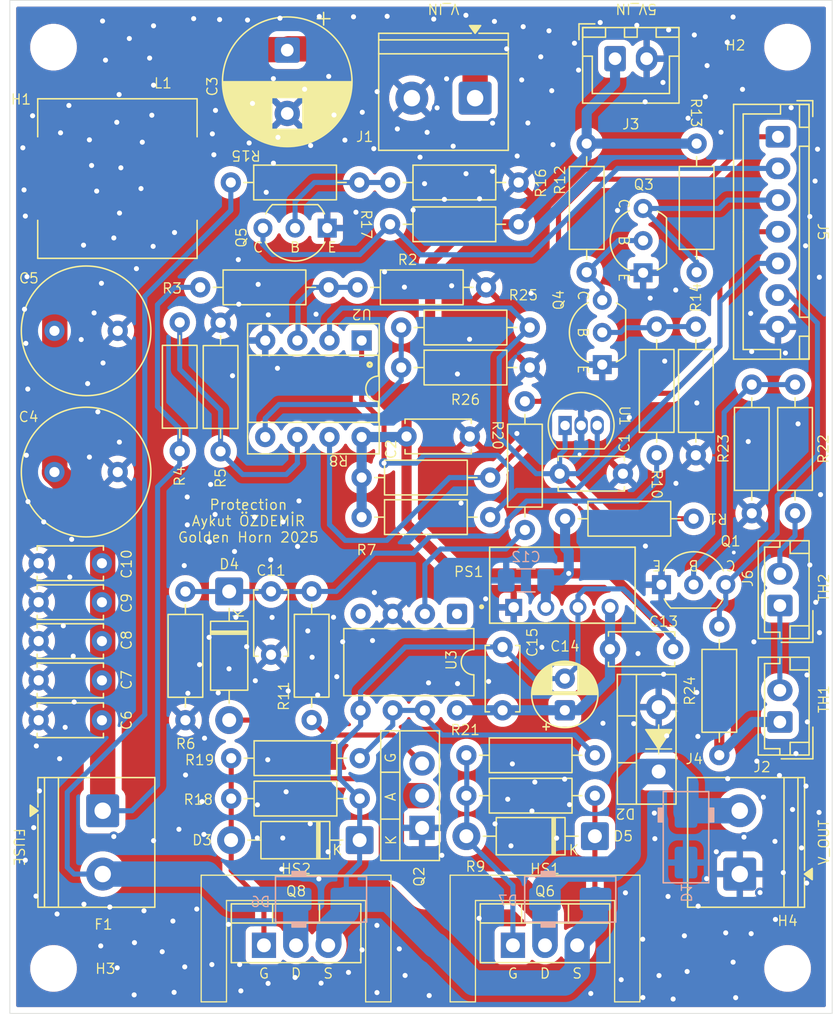
<source format=kicad_pcb>
(kicad_pcb (version 20241229) (generator "pcbnew") (generator_version "9.0")
  (title_block (title "Protection") (date "2025-08-24") (rev "1.0") (company "Golden Horn") (comment 1 "Aykut ÖZDEMİR"))
  (layers (0 "F.Cu" signal) (2 "B.Cu" signal) (13 "F.Paste" user) (15 "B.Paste" user) (5 "F.SilkS" user "F.Silkscreen") (7 "B.SilkS" user "B.Silkscreen") (1 "F.Mask" user) (3 "B.Mask" user) (25 "Edge.Cuts" user))
  (net 0 "")
  (net 1 "GND")
  (net 2 "Net-(C1-+)")
  (net 3 "+5V")
  (net 4 "Net-(C3-+)")
  (net 5 "Net-(C10-+)")
  (net 6 "Net-(C11-+)")
  (net 7 "Net-(D1-K)")
  (net 8 "/OverVoltage")
  (net 9 "/FuseBlow")
  (net 10 "/UnderVoltage")
  (net 11 "/Crowbar")
  (net 12 "ON_OFF")
  (net 13 "Net-(Q2-G)")
  (net 14 "Net-(Q3-B)")
  (net 15 "Net-(Q4-B)")
  (net 16 "Net-(Q5-B)")
  (net 17 "GNDS")
  (net 18 "Net-(R2-+)")
  (net 19 "Net-(R4--)")
  (net 20 "+15V")
  (net 21 "Net-(D3-K)")
  (net 22 "Net-(D5-K)")
  (net 23 "Net-(D6-K)")
  (net 24 "Net-(J2-Pad2)")
  (net 25 "FN")
  (net 26 "Net-(R22-+)")
  (net 27 "Net-(Q1-B)")
  (net 28 "Net-(R19--)")
  (net 29 "Net-(R20-+)")
  (net 32 "Net-(R25-+)")
  (footprint "Diode_THT:D_DO-41_SOD81_P10.16mm_Horizontal" (layer "F.Cu") (at 94.86 112.8 -90)
    (property "Reference" "D4")
    (property "Value" "3.9V/5.6V/13V/27V")
  )
  (footprint "PCM_Package_TO_SOT_THT_AKL:TO-92_Inline_Wide_EBC" (layer "F.Cu") (at 124.35 94.89 90)
    (property "Reference" "Q4")
    (property "Value" "2N3904" (hide yes))
  )
  (footprint "Capacitor_THT:CP_Radial_D10.0mm_P5.00mm" (layer "F.Cu") (at 99.45 70.057323 -90)
    (property "Reference" "C3")
    (property "Value" "330u")
  )
  (footprint "Resistor_THT:R_Axial_DIN0207_L6.3mm_D2.5mm_P10.16mm_Horizontal" (layer "F.Cu") (at 95.02 125.97)
    (property "Reference" "R19")
    (property "Value" "10")
  )
  (footprint "Capacitor_THT:C_Disc_D5.0mm_W2.5mm_P5.00mm" (layer "F.Cu") (at 98.17 112.8 -90)
    (property "Reference" "C11")
    (property "Value" "100n")
  )
  (footprint "Capacitor_THT:C_Disc_D5.0mm_W2.5mm_P5.00mm" (layer "F.Cu") (at 84.8 110.575 180)
    (property "Reference" "C10")
    (property "Value" "100p")
  )
  (footprint "Resistor_THT:R_Axial_DIN0207_L6.3mm_D2.5mm_P10.16mm_Horizontal" (layer "F.Cu") (at 131.75 91.89 -90)
    (property "Reference" "R14")
    (property "Value" "10k")
  )
  (footprint "MountingHole:MountingHole_3.2mm_M3_DIN965" (layer "F.Cu") (at 139 69.825)
    (property "Reference" "H2")
    (property "Value" "MountingHole")
  )
  (footprint "Isolation_Trafo:CONV_ROE-0515S" (layer "F.Cu") (at 121.2 112.31)
    (property "Reference" "PS1")
    (property "Value" "ROE-0515S")
  )
  (footprint "Resistor_THT:R_Axial_DIN0207_L6.3mm_D2.5mm_P10.16mm_Horizontal" (layer "F.Cu") (at 105.33 106.935)
    (property "Reference" "R7")
    (property "Value" "10k")
  )
  (footprint "Resistor_THT:R_Axial_DIN0207_L6.3mm_D2.5mm_P10.16mm_Horizontal" (layer "F.Cu") (at 94.18 101.74 90)
    (property "Reference" "R5")
    (property "Value" "150k/150k/100k/3V Zener")
  )
  (footprint "Resistor_THT:R_Axial_DIN0207_L6.3mm_D2.5mm_P10.16mm_Horizontal" (layer "F.Cu") (at 123.12 77.44 -90)
    (property "Reference" "R12")
    (property "Value" "1k")
  )
  (footprint "MountingHole:MountingHole_3.2mm_M3_DIN965" (layer "F.Cu") (at 80.975 69.825)
    (property "Reference" "H1")
    (property "Value" "MountingHole")
  )
  (footprint "Resistor_THT:R_Axial_DIN0207_L6.3mm_D2.5mm_P10.16mm_Horizontal" (layer "F.Cu") (at 123.77 128.93 180)
    (property "Reference" "R9")
    (property "Value" "47k")
  )
  (footprint "Resistor_THT:R_Axial_DIN0207_L6.3mm_D2.5mm_P10.16mm_Horizontal" (layer "F.Cu") (at 105.33 103.81)
    (property "Reference" "R8")
    (property "Value" "10k")
  )
  (footprint "Capacitor_THT:C_Disc_D5.0mm_W2.5mm_P5.00mm" (layer "F.Cu") (at 84.8 116.725 180)
    (property "Reference" "C8")
    (property "Value" "10n")
  )
  (footprint "Connector_JST:JST_EH_B2B-EH-A_1x02_P2.50mm_Vertical" (layer "F.Cu") (at 138.39 123.11 90)
    (property "Reference" "J2")
    (property "Value" "JST_02")
  )
  (footprint "Package_TO_SOT_THT:TO-92_Inline" (layer "F.Cu") (at 121.412 99.695)
    (property "Reference" "U1")
    (property "Value" "TL431LP")
  )
  (footprint "Capacitor_THT:C_Disc_D5.0mm_W2.5mm_P5.00mm" (layer "F.Cu") (at 84.8 119.825 180)
    (property "Reference" "C7")
    (property "Value" "100n")
  )
  (footprint "Resistor_THT:R_Axial_DIN0207_L6.3mm_D2.5mm_P10.16mm_Horizontal" (layer "F.Cu") (at 128.651 102.05 90)
    (property "Reference" "R10")
    (property "Value" "1k")
  )
  (footprint "Resistor_THT:R_Axial_DIN0207_L6.3mm_D2.5mm_P10.16mm_Horizontal" (layer "F.Cu") (at 121.412 107.061)
    (property "Reference" "R1")
    (property "Value" "1k")
  )
  (footprint "Resistor_THT:R_Axial_DIN0207_L6.3mm_D2.5mm_P10.16mm_Horizontal" (layer "F.Cu") (at 131.81 77.44 -90)
    (property "Reference" "R13")
    (property "Value" "1k")
  )
  (footprint "Connector_JST:JST_EH_B2B-EH-A_1x02_P2.50mm_Vertical" (layer "F.Cu") (at 138.39 113.91 90)
    (property "Reference" "J6")
    (property "Value" "JST_02")
  )
  (footprint "Resistor_THT:R_Axial_DIN0207_L6.3mm_D2.5mm_P10.16mm_Horizontal" (layer "F.Cu") (at 107.58 80.51)
    (property "Reference" "R16")
    (property "Value" "10k")
  )
  (footprint "Capacitor_THT:C_Radial_D10.0mm_H20.0mm_P5.00mm" (layer "F.Cu") (at 81.05 92.225)
    (property "Reference" "C5")
    (property "Value" "470u")
  )
  (footprint "Resistor_THT:R_Axial_DIN0207_L6.3mm_D2.5mm_P10.16mm_Horizontal" (layer "F.Cu") (at 94.99 80.51)
    (property "Reference" "R15")
    (property "Value" "1k")
  )
  (footprint "Resistor_THT:R_Axial_DIN0207_L6.3mm_D2.5mm_P10.16mm_Horizontal" (layer "F.Cu") (at 139.59 106.63 90)
    (property "Reference" "R22")
    (property "Value" "10k")
  )
  (footprint "Package_DIP:DIP-8_W7.62mm" (layer "F.Cu") (at 112.87 114.575 -90)
    (property "Reference" "U3")
    (property "Value" "TLP250")
  )
  (footprint "TerminalBlock_Phoenix:TerminalBlock_Phoenix_PT-1,5-2-5.0-H_1x02_P5.00mm_Horizontal" (layer "F.Cu") (at 135.2175 135.12 90)
    (property "Reference" "J4")
    (property "Value" "V_OUT")
  )
  (footprint "Resistor_THT:R_Axial_DIN0207_L6.3mm_D2.5mm_P10.16mm_Horizontal" (layer "F.Cu") (at 133.604 115.57 -90)
    (property "Reference" "R24")
    (property "Value" "10k")
  )
  (footprint "PCM_Package_TO_SOT_THT_AKL:TO-92_Inline_Wide_EBC" (layer "F.Cu") (at 102.61 84.11 180)
    (property "Reference" "Q5")
    (property "Value" "2N3904" (hide yes))
  )
  (footprint "Capacitor_THT:C_Disc_D5.0mm_W2.5mm_P5.00mm" (layer "F.Cu") (at 84.8 122.975 180)
    (property "Reference" "C6")
    (property "Value" "1u")
  )
  (footprint "Capacitor_THT:C_Disc_D5.0mm_W2.5mm_P5.00mm" (layer "F.Cu") (at 108.88 100.565)
    (property "Reference" "C2")
    (property "Value" "100n")
  )
  (footprint "Resistor_THT:R_Axial_DIN0207_L6.3mm_D2.5mm_P10.16mm_Horizontal" (layer "F.Cu") (at 92.57 88.79)
    (property "Reference" "R3")
    (property "Value" "68k/180k/560k/330k")
  )
  (footprint "Resistor_THT:R_Axial_DIN0207_L6.3mm_D2.5mm_P10.16mm_Horizontal" (layer "F.Cu") (at 113.61 125.74)
    (property "Reference" "R21")
    (property "Value" "10")
  )
  (footprint "Connector_JST:JST_XH_B7B-XH-A_1x07_P2.50mm_Vertical" (layer "F.Cu") (at 138.24 76.9 -90)
    (property "Reference" "J5")
    (property "Value" "JST_07")
  )
  (footprint "Capacitor_THT:CP_Radial_D5.0mm_P2.50mm" (layer "F.Cu") (at 121.39 122.185113 90)
    (property "Reference" "C14")
    (property "Value" "100u")
  )
  (footprint "Resistor_THT:R_Axial_DIN0207_L6.3mm_D2.5mm_P10.16mm_Horizontal" (layer "F.Cu") (at 105.005 88.79)
    (property "Reference" "R2")
    (property "Value" "150k/150k/130k/33k")
  )
  (footprint "Diode_THT:D_DO-41_SOD81_P10.16mm_Horizontal" (layer "F.Cu") (at 105.17 132.44 180)
    (property "Reference" "D3")
    (property "Value" "15V")
  )
  (footprint "Inductor_SMD:L_12x12mm_H8mm" (layer "F.Cu") (at 86.025 80.2 180)
    (property "Reference" "L1")
    (property "Value" "4u7")
  )
  (footprint "Resistor_THT:R_Axial_DIN0207_L6.3mm_D2.5mm_P10.16mm_Horizontal" (layer "F.Cu") (at 117.74 83.81 180)
    (property "Reference" "R17")
    (property "Value" "1k")
  )
  (footprint "PCM_Package_TO_SOT_THT_AKL:TO-220-3_Vertical_GDS" (layer "F.Cu") (at 97.6075 140.745)
    (property "Reference" "Q8")
    (property "Value" "IRF1404/IRFB4110" (hide yes))
  )
  (footprint "PCM_Package_DIP_AKL:DIP-8_W7.62mm_Socket" (layer "F.Cu") (at 105.33 92.99 -90)
    (property "Reference" "U2")
    (property "Value" "LM393" (hide yes))
  )
  (footprint "Capacitor_THT:C_Radial_D10.0mm_H20.0mm_P5.00mm" (layer "F.Cu") (at 81.05 103.375)
    (property "Reference" "C4")
    (property "Value" "470u")
  )
  (footprint "Capacitor_THT:C_Disc_D5.0mm_W2.5mm_P5.00mm" (layer "F.Cu") (at 120.984 103.505)
    (property "Reference" "C1")
    (property "Value" "100n")
  )
  (footprint "Resistor_THT:R_Axial_DIN0207_L6.3mm_D2.5mm_P10.16mm_Horizontal" (layer "F.Cu") (at 108.458 91.962)
    (property "Reference" "R25")
    (property "Value" "0/0/0/10k")
  )
  (footprint "Resistor_THT:R_Axial_DIN0207_L6.3mm_D2.5mm_P10.16mm_Horizontal" (layer "F.Cu") (at 118.237 107.95 90)
    (property "Reference" "R20")
    (property "Value" "270")
  )
  (footprint "TerminalBlock_Phoenix:TerminalBlock_Phoenix_PT-1,5-2-5.0-H_1x02_P5.00mm_Horizontal" (layer "F.Cu") (at 114.3 73.85 180)
    (property "Reference" "J1")
    (property "Value" "V_IN")
  )
  (footprint "Resistor_THT:R_Axial_DIN0207_L6.3mm_D2.5mm_P10.16mm_Horizontal" (layer "F.Cu") (at 101.38 112.8 -90)
    (property "Reference" "R11")
    (property "Value" "120")
  )
  (footprint "PCM_Package_TO_SOT_THT_AKL:TO-92_Inline_Wide_EBC" (layer "F.Cu") (at 127.58 87.64 90)
    (property "Reference" "Q3")
    (property "Value" "2N3904" (hide yes))
  )
  (footprint "Connector_JST:JST_XH_B2B-XH-A_1x02_P2.50mm_Vertical" (layer "F.Cu") (at 125.36 70.735)
    (property "Reference" "J3")
    (property "Value" "5V_IN")
  )
  (footprint "Resistor_THT:R_Axial_DIN0207_L6.3mm_D2.5mm_P10.16mm_Horizontal" (layer "F.Cu") (at 136.17 106.63 90)
    (property "Reference" "R23")
    (property "Value" "100k")
  )
  (footprint "Capacitor_THT:C_Disc_D5.0mm_W2.5mm_P5.00mm" (layer "F.Cu") (at 84.8 113.655 180)
    (property "Reference" "C9")
    (property "Value" "1n")
  )
  (footprint "Resistor_THT:R_Axial_DIN0207_L6.3mm_D2.5mm_P10.16mm_Horizontal" (layer "F.Cu") (at 105.18 129.16 180)
    (property "Reference" "R18")
    (property "Value" "47k")
  )
  (footprint "Resistor_THT:R_Axial_DIN0207_L6.3mm_D2.5mm_P10.16mm_Horizontal" (layer "F.Cu") (at 90.95 101.72 90)
    (property "Reference" "R4")
    (property "Value" "30k/120k/330k/1k")
  )
  (footprint "Resistor_THT:R_Axial_DIN0207_L6.3mm_D2.5mm_P10.16mm_Horizontal" (layer "F.Cu") (at 91.4 112.81 -90)
    (property "Reference" "R6")
    (property "Value" "1k")
  )
  (footprint "Capacitor_THT:C_Disc_D5.0mm_W2.5mm_P5.00mm" (layer "F.Cu") (at 124.96 117.36)
    (property "Reference" "C13")
    (property "Value" "100n")
  )
  (footprint "Power_Module_Library:TO-220_Heatsink" (layer "F.Cu") (at 119.8275 135.21)
    (property "Reference" "HS1")
    (property "Value" "Heatsink")
  )
  (footprint "MountingHole:MountingHole_3.2mm_M3_DIN965" (layer "F.Cu") (at 80.975 142.57)
    (property "Reference" "H3")
    (property "Value" "MountingHole")
  )
  (footprint "MountingHole:MountingHole_3.2mm_M3_DIN965" (layer "F.Cu") (at 139 142.57)
    (property "Reference" "H4")
    (property "Value" "MountingHole")
  )
  (footprint "PCM_Package_TO_SOT_THT_AKL:TO-92_Inline_Wide_EBC" (layer "F.Cu") (at 129.032 112.268)
    (property "Reference" "Q1")
    (property "Value" "2N3904" (hide yes))
  )
  (footprint "PCM_Package_TO_SOT_THT_AKL:TO-220-2_Vertical_KA" (layer "F.Cu") (at 128.81 127.02 90)
    (property "Reference" "D2")
    (property "Value" "MBR1045" (hide yes))
  )
  (footprint "Capacitor_THT:C_Disc_D5.0mm_W2.5mm_P5.00mm" (layer "F.Cu") (at 116.47 122.19 90)
    (property "Reference" "C15")
    (property "Value" "100n")
  )
  (footprint "Power_Module_Library:TO-220_Heatsink" (layer "F.Cu") (at 100.1475 135.21)
    (property "Reference" "HS2")
    (property "Value" "Heatsink")
  )
  (footprint "Diode_THT:D_DO-41_SOD81_P10.16mm_Horizontal" (layer "F.Cu") (at 123.77 132.13 180)
    (property "Reference" "D5")
    (property "Value" "15V")
  )
  (footprint "PCM_Package_TO_SOT_THT_AKL:TO-220-3_Vertical_KAG" (layer "F.Cu") (at 110.11 131.47 90)
    (property "Reference" "Q2")
    (property "Value" "BT152-800R" (hide yes))
  )
  (footprint "TerminalBlock_Phoenix:TerminalBlock_Phoenix_PT-1,5-2-5.0-H_1x02_P5.00mm_Horizontal" (layer "F.Cu") (at 84.8625 130.12 -90)
    (property "Reference" "F1")
    (property "Value" "10A")
  )
  (footprint "Resistor_THT:R_Axial_DIN0207_L6.3mm_D2.5mm_P10.16mm_Horizontal" (layer "F.Cu") (at 108.458 95.123)
    (property "Reference" "R26")
    (property "Value" "NC/NC/NC/3k9")
  )
  (footprint "PCM_Package_TO_SOT_THT_AKL:TO-220-3_Vertical_GDS" (layer "F.Cu") (at 117.2875 140.745)
    (property "Reference" "Q6")
    (property "Value" "IRF1404/IRFB4110" (hide yes))
  )
  (footprint "PCM_Diode_SMD_AKL:D_SMA" (layer "B.Cu") (at 130.97 132.21 -90)
    (property "Reference" "D1")
    (property "Value" "SMAJ5.0A/6.0A/13.0A/26A" (hide yes))
  )
  (footprint "PCM_Diode_SMD_AKL:D_SMA" (layer "B.Cu") (at 121.82 137.11)
    (property "Reference" "D7")
    (property "Value" "SMAJ5.0A/6.0A/18.0A/33A" (hide yes))
  )
  (footprint "PCM_Diode_SMD_AKL:D_SMA" (layer "B.Cu") (at 102.12 137.11)
    (property "Reference" "D6")
    (property "Value" "SMAJ5.0A/6.0A/18.0A/30A" (hide yes))
  )
  (footprint "Capacitor_SMD:C_1206_3216Metric_Pad1.33x1.80mm_HandSolder" (layer "B.Cu") (at 118.32 111.93 180)
    (property "Reference" "C12")
    (property "Value" "4u7")
  )
  (gr_rect (start 77.525 66.125) (end 142.525 146.125) (stroke (width 0.05)) (fill no) (layer "Edge.Cuts"))
  (gr_text "Protection\nAykut ÖZDEMİR\nGolden Horn 2025" (at 96.38 109 0) (layer "F.SilkS") (effects (font (size 0.8 0.8) (thickness 0.1)) (justify bottom)))
  (via (at 140.532099 119.397866) (size 0.8) (drill 0.4) (layers "F.Cu" "B.Cu") (net 1))
  (via (at 91.551355 107.542968) (size 0.8) (drill 0.4) (layers "F.Cu" "B.Cu") (net 1))
  (via (at 99.36077 128.623696) (size 0.8) (drill 0.4) (layers "F.Cu" "B.Cu") (net 1))
  (via (at 133.366477 133.357362) (size 0.8) (drill 0.4) (layers "F.Cu" "B.Cu") (net 1))
  (via (at 106.292617 77.840275) (size 0.8) (drill 0.4) (layers "F.Cu" "B.Cu") (net 1))
  (via (at 101.727 90.910658) (size 0.8) (drill 0.4) (layers "F.Cu" "B.Cu") (net 1))
  (via (at 101.951093 135.499017) (size 0.8) (drill 0.4) (layers "F.Cu" "B.Cu") (net 1))
  (via (at 78.744991 134.026369) (size 0.8) (drill 0.4) (layers "F.Cu" "B.Cu") (net 1))
  (via (at 88.881253 72.825968) (size 0.8) (drill 0.4) (layers "F.Cu" "B.Cu") (net 1))
  (via (at 84.85 67.76) (size 0.8) (drill 0.4) (layers "F.Cu" "B.Cu") (net 1))
  (via (at 98.251764 114.852505) (size 0.8) (drill 0.4) (layers "F.Cu" "B.Cu") (net 1))
  (via (at 93.493482 142.265021) (size 0.8) (drill 0.4) (layers "F.Cu" "B.Cu") (net 1))
  (via (at 111.872783 81.844345) (size 0.8) (drill 0.4) (layers "F.Cu" "B.Cu") (net 1))
  (via (at 106.539278 139.171703) (size 0.8) (drill 0.4) (layers "F.Cu" "B.Cu") (net 1))
  (via (at 127.545623 140.265) (size 0.8) (drill 0.4) (layers "F.Cu" "B.Cu") (net 1))
  (via (at 101.297723 77.591234) (size 0.8) (drill 0.4) (layers "F.Cu" "B.Cu") (net 1))
  (via (at 83.811906 102.19274) (size 0.8) (drill 0.4) (layers "F.Cu" "B.Cu") (net 1))
  (via (at 82.605853 121.528675) (size 0.8) (drill 0.4) (layers "F.Cu" "B.Cu") (net 1))
  (via (at 131.908027 124.25098) (size 0.8) (drill 0.4) (layers "F.Cu" "B.Cu") (net 1))
  (via (at 96.437883 77.388761) (size 0.8) (drill 0.4) (layers "F.Cu" "B.Cu") (net 1))
  (via (at 138.660318 135.00558) (size 0.8) (drill 0.4) (layers "F.Cu" "B.Cu") (net 1))
  (via (at 91.348051 142.44719) (size 0.8) (drill 0.4) (layers "F.Cu" "B.Cu") (net 1))
  (via (at 101.856018 120.985637) (size 0.8) (drill 0.4) (layers "F.Cu" "B.Cu") (net 1))
  (via (at 97.788401 81.285121) (size 0.8) (drill 0.4) (layers "F.Cu" "B.Cu") (net 1))
  (via (at 83.380762 137.499539) (size 0.8) (drill 0.4) (layers "F.Cu" "B.Cu") (net 1))
  (via (at 130.175 104.267) (size 0.8) (drill 0.4) (layers "F.Cu" "B.Cu") (net 1))
  (via (at 109.399191 82.685178) (size 0.8) (drill 0.4) (layers "F.Cu" "B.Cu") (net 1))
  (via (at 134.896772 144.879362) (size 0.8) (drill 0.4) (layers "F.Cu" "B.Cu") (net 1))
  (via (at 83.984482 79.167241) (size 0.8) (drill 0.4) (layers "F.Cu" "B.Cu") (net 1))
  (via (at 122.152722 69.513207) (size 0.8) (drill 0.4) (layers "F.Cu" "B.Cu") (net 1))
  (via (at 127.082406 68.097293) (size 0.8) (drill 0.4) (layers "F.Cu" "B.Cu") (net 1))
  (via (at 136.568746 126.203779) (size 0.8) (drill 0.4) (layers "F.Cu" "B.Cu") (net 1))
  (via (at 84.479719 98.619794) (size 0.8) (drill 0.4) (layers "F.Cu" "B.Cu") (net 1))
  (via (at 78.878845 87.948821) (size 0.8) (drill 0.4) (layers "F.Cu" "B.Cu") (net 1))
  (via (at 91.595459 120.843482) (size 0.8) (drill 0.4) (layers "F.Cu" "B.Cu") (net 1))
  (via (at 110.670499 144.71301) (size 0.8) (drill 0.4) (layers "F.Cu" "B.Cu") (net 1))
  (via (at 110.302501 80.602951) (size 0.8) (drill 0.4) (layers "F.Cu" "B.Cu") (net 1))
  (via (at 79.319668 75.241585) (size 0.8) (drill 0.4) (layers "F.Cu" "B.Cu") (net 1))
  (via (at 113.57335 67.305754) (size 0.8) (drill 0.4) (layers "F.Cu" "B.Cu") (net 1))
  (via (at 104.68825 67.425653) (size 0.8) (drill 0.4) (layers "F.Cu" "B.Cu") (net 1))
  (via (at 115.827183 67.789822) (size 0.8) (drill 0.4) (layers "F.Cu" "B.Cu") (net 1))
  (via (at 103.366952 119.534419) (size 0.8) (drill 0.4) (layers "F.Cu" "B.Cu") (net 1))
  (via (at 98.676771 95.180157) (size 0.8) (drill 0.4) (layers "F.Cu" "B.Cu") (net 1))
  (via (at 111.294317 74.616236) (size 0.8) (drill 0.4) (layers "F.Cu" "B.Cu") (net 1))
  (via (at 122.476389 71.634036) (size 0.8) (drill 0.4) (layers "F.Cu" "B.Cu") (net 1))
  (via (at 86.009124 142.522877) (size 0.8) (drill 0.4) (layers "F.Cu" "B.Cu") (net 1))
  (via (at 110.50712 76.549049) (size 0.8) (drill 0.4) (layers "F.Cu" "B.Cu") (net 1))
  (via (at 97.955531 90.960507) (size 0.8) (drill 0.4) (layers "F.Cu" "B.Cu") (net 1))
  (via (at 134.22673 69.446362) (size 0.8) (drill 0.4) (layers "F.Cu" "B.Cu") (net 1))
  (via (at 108.306487 141.026156) (size 0.8) (drill 0.4) (layers "F.Cu" "B.Cu") (net 1))
  (via (at 124.187661 67.87721) (size 0.8) (drill 0.4) (layers "F.Cu" "B.Cu") (net 1))
  (via (at 115.874122 131.154059) (size 0.8) (drill 0.4) (layers "F.Cu" "B.Cu") (net 1))
  (via (at 88.848865 85.55297) (size 0.8) (drill 0.4) (layers "F.Cu" "B.Cu") (net 1))
  (via (at 81.748734 115.514473) (size 0.8) (drill 0.4) (layers "F.Cu" "B.Cu") (net 1))
  (via (at 136.336533 116.780876) (size 0.8) (drill 0.4) (layers "F.Cu" "B.Cu") (net 1))
  (via (at 85.083808 70.848973) (size 0.8) (drill 0.4) (layers "F.Cu" "B.Cu") (net 1))
  (via (at 93.274138 116.427845) (size 0.8) (drill 0.4) (layers "F.Cu" "B.Cu") (net 1))
  (via (at 86.299072 79.349719) (size 0.8) (drill 0.4) (layers "F.Cu" "B.Cu") (net 1))
  (via (at 95.582682 86.605128) (size 0.8) (drill 0.4) (layers "F.Cu" "B.Cu") (net 1))
  (via (at 117.134492 132.890343) (size 0.8) (drill 0.4) (layers "F.Cu" "B.Cu") (net 1))
  (via (at 78.55 77.77) (size 0.8) (drill 0.4) (layers "F.Cu" "B.Cu") (net 1))
  (via (at 92.051968 67.570109) (size 0.8) (drill 0.4) (layers "F.Cu" "B.Cu") (net 1))
  (via (at 85.742115 84.888785) (size 0.8) (drill 0.4) (layers "F.Cu" "B.Cu") (net 1))
  (via (at 78.940624 96.821273) (size 0.8) (drill 0.4) (layers "F.Cu" "B.Cu") (net 1))
  (via (at 100.264613 109.24583) (size 0.8) (drill 0.4) (layers "F.Cu" "B.Cu") (net 1))
  (via (at 125.55572 82.719144) (size 0.8) (drill 0.4) (layers "F.Cu" "B.Cu") (net 1))
  (via (at 79.407731 131.453442) (size 0.8) (drill 0.4) (layers "F.Cu" "B.Cu") (net 1))
  (via (at 85.426203 137.722378) (size 0.8) (drill 0.4) (layers "F.Cu" "B.Cu") (net 1))
  (via (at 138.001645 132.536146) (size 0.8) (drill 0.4) (layers "F.Cu" "B.Cu") (net 1))
  (via (at 141.605 105.156) (size 0.8) (drill 0.4) (layers "F.Cu" "B.Cu") (net 1))
  (via (at 95.282115 109.646358) (size 0.8) (drill 0.4) (layers "F.Cu" "B.Cu") (net 1))
  (via (at 103.108934 114.842217) (size 0.8) (drill 0.4) (layers "F.Cu" "B.Cu") (net 1))
  (via (at 131.628254 68.860363) (size 0.8) (drill 0.4) (layers "F.Cu" "B.Cu") (net 1))
  (via (at 92.861578 131.987998) (size 0.8) (drill 0.4) (layers "F.Cu" "B.Cu") (net 1))
  (via (at 106.189859 116.680959) (size 0.8) (drill 0.4) (layers "F.Cu" "B.Cu") (net 1))
  (via (at 95.122883 95.770522) (size 0.8) (drill 0.4) (layers "F.Cu" "B.Cu") (net 1))
  (via (at 102.675559 133.365022) (size 0.8) (drill 0.4) (layers "F.Cu" "B.Cu") (net 1))
  (via (at 134.109115 139.76155) (size 0.8) (drill 0.4) (layers "F.Cu" "B.Cu") (net 1))
  (via (at 128.466798 130.304369) (size 0.8) (drill 0.4) (layers "F.Cu" "B.Cu") (net 1))
  (via (at 121.764176 129.637225) (size 0.8) (drill 0.4) (layers "F.Cu" "B.Cu") (net 1))
  (via (at 107.139201 87.567204) (size 0.8) (drill 0.4) (layers "F.Cu" "B.Cu") (net 1))
  (via (at 107.346743 67.387256) (size 0.8) (drill 0.4) (layers "F.Cu" "B.Cu") (net 1))
  (via (at 135.435703 73.154955) (size 0.8) (drill 0.4) (layers "F.Cu" "B.Cu") (net 1))
  (via (at 88.881054 68.136751) (size 0.8) (drill 0.4) (layers "F.Cu" "B.Cu") (net 1))
  (via (at 120.357025 73.261603) (size 0.8) (drill 0.4) (layers "F.Cu" "B.Cu") (net 1))
  (via (at 126.181633 136.599506) (size 0.8) (drill 0.4) (layers "F.Cu" "B.Cu") (net 1))
  (via (at 105.379817 74.963364) (size 0.8) (drill 0.4) (layers "F.Cu" "B.Cu") (net 1))
  (via (at 108.712 88.773) (size 0.8) (drill 0.4) (layers "F.Cu" "B.Cu") (net 1))
  (via (at 140.100163 133.053351) (size 0.8) (drill 0.4) (layers "F.Cu" "B.Cu") (net 1))
  (via (at 138.358478 127.334149) (size 0.8) (drill 0.4) (layers "F.Cu" "B.Cu") (net 1))
  (via (at 108.764914 143.125886) (size 0.8) (drill 0.4) (layers "F.Cu" "B.Cu") (net 1))
  (via (at 87.529144 87.314476) (size 0.8) (drill 0.4) (layers "F.Cu" "B.Cu") (net 1))
  (via (at 122.555 101.981) (size 0.6) (drill 0.3) (layers "F.Cu" "B.Cu") (net 1))
  (via (at 129.550209 136.887689) (size 0.8) (drill 0.4) (layers "F.Cu" "B.Cu") (net 1))
  (via (at 135.89 100.965) (size 0.8) (drill 0.4) (layers "F.Cu" "B.Cu") (net 1))
  (via (at 119.020665 127.855496) (size 0.8) (drill 0.4) (layers "F.Cu" "B.Cu") (net 1))
  (via (at 84.70783 140.792154) (size 0.8) (drill 0.4) (layers "F.Cu" "B.Cu") (net 1))
  (via (at 131.826 97.917) (size 0.8) (drill 0.4) (layers "F.Cu" "B.Cu") (net 1))
  (via (at 141.173117 80.395745) (size 0.8) (drill 0.4) (layers "F.Cu" "B.Cu") (net 1))
  (via (at 139.28041 74.6047) (size 0.8) (drill 0.4) (layers "F.Cu" "B.Cu") (net 1))
  (via (at 82.40863 108.687448) (size 0.8) (drill 0.4) (layers "F.Cu" "B.Cu") (net 1))
  (via (at 97.935971 143.753086) (size 0.8) (drill 0.4) (layers "F.Cu" "B.Cu") (net 1))
  (via (at 95.784586 144.343001) (size 0.8) (drill 0.4) (layers "F.Cu" "B.Cu") (net 1))
  (via (at 128.837183 143.135514) (size 0.8) (drill 0.4) (layers "F.Cu" "B.Cu") (net 1))
  (via (at 102.728089 72.133496) (size 0.8) (drill 0.4) (layers "F.Cu" "B.Cu") (net 1))
  (via (at 93.777601 74.818525) (size 0.8) (drill 0.4) (layers "F.Cu" "B.Cu") (net 1))
  (via (at 87.348599 144.659248) (size 0.8) (drill 0.4) (layers "F.Cu" "B.Cu") (net 1))
  (via (at 96.92617 119.852105) (size 0.8) (drill 0.4) (layers "F.Cu" "B.Cu") (net 1))
  (via (at 106.554008 73.334373) (size 0.8) (drill 0.4) (layers "F.Cu" "B.Cu") (net 1))
  (via (at 94.102635 67.644201) (size 0.8) (drill 0.4) (layers "F.Cu" "B.Cu") (net 1))
  (via (at 138.826575 93.976398) (size 0.8) (drill 0.4) (layers "F.Cu" "B.Cu") (net 1))
  (via (at 118.100945 68.207261) (size 0.8) (drill 0.4) (layers "F.Cu" "B.Cu") (net 1))
  (via (at 110.618728 120.019345) (size 0.8) (drill 0.4) (layers "F.Cu" "B.Cu") (net 1))
  (via (at 81.529707 76.587081) (size 0.8) (drill 0.4) (layers "F.Cu" "B.Cu") (net 1))
  (via (at 129.597244 68.460537) (size 0.8) (drill 0.4) (layers "F.Cu" "B.Cu") (net 1))
  (via (at 79.858909 128.550188) (size 0.8) (drill 0.4) (layers "F.Cu" "B.Cu") (net 1))
  (via (at 133.735586 76.539487) (size 0.8) (drill 0.4) (layers "F.Cu" "B.Cu") (net 1))
  (via (at 136.822285 136.579428) (size 0.8) (drill 0.4) (layers "F.Cu" "B.Cu") (net 1))
  (via (at 103.14785 75.17943) (size 0.8) (drill 0.4) (layers "F.Cu" "B.Cu") (net 1))
  (via (at 141.227028 113.657731) (size 0.8) (drill 0.4) (layers "F.Cu" "B.Cu") (net 1))
  (via (at 95.687031 142.264323) (size 0.8) (drill 0.4) (layers "F.Cu" "B.Cu") (net 1))
  (via (at 82.191953 74.42883) (size 0.8) (drill 0.4) (layers "F.Cu" "B.Cu") (net 1))
  (via (at 84.387129 81.188931) (size 0.8) (drill 0.4) (layers "F.Cu" "B.Cu") (net 1))
  (via (at 81.894238 123.532943) (size 0.8) (drill 0.4) (layers "F.Cu" "B.Cu") (net 1))
  (via (at 97.093067 129.651131) (size 0.8) (drill 0.4) (layers "F.Cu" "B.Cu") (net 1))
  (via (at 117.624602 78.419459) (size 0.8) (drill 0.4) (layers "F.Cu" "B.Cu") (net 1))
  (via (at 94.848197 118.912953) (size 0.8) (drill 0.4) (layers "F.Cu" "B.Cu") (net 1))
  (via (at 134.69351 142.075639) (size 0.8) (drill 0.4) (layers "F.Cu" "B.Cu") (net 1))
  (via (at 91.307956 110.761357) (size 0.8) (drill 0.4) (layers "F.Cu" "B.Cu") (net 1))
  (via (at 97.151357 88.555219) (size 0.8) (drill 0.4) (layers "F.Cu" "B.Cu") (net 1))
  (via (at 117.244699 126.419379) (size 0.8) (drill 0.4) (layers "F.Cu" "B.Cu") (net 1))
  (via (at 135.55303 132.201435) (size 0.8) (drill 0.4) (layers "F.Cu" "B.Cu") (net 1))
  (via (at 141.512039 87.988879) (size 0.8) (drill 0.4) (layers "F.Cu" "B.Cu") (net 1))
  (via (at 85.976372 75.756375) (size 0.8) (drill 0.4) (layers "F.Cu" "B.Cu") (net 1))
  (via (at 86.180827 101.010735) (size 0.8) (drill 0.4) (layers "F.Cu" "B.Cu") (net 1))
  (via (at 106.543844 144.478214) (size 0.8) (drill 0.4) (layers "F.Cu" "B.Cu") (net 1))
  (via (at 117.602 100.33) (size 0.8) (drill 0.4) (layers "F.Cu" "B.Cu") (net 1))
  (via (at 78.955822 105.707346) (size 0.8) (drill 0.4) (layers "F.Cu" "B.Cu") (net 1))
  (via (at 113.86 92.89) (size 0.8) (drill 0.4) (layers "F.Cu" "B.Cu") (net 1))
  (via (at 86.159647 73.565568) (size 0.8) (drill 0.4) (layers "F.Cu" "B.Cu") (net 1))
  (via (at 121.376166 127.62487) (size 0.8) (drill 0.4) (layers "F.Cu" "B.Cu") (net 1))
  (via (at 97.087544 132.270429) (size 0.8) (drill 0.4) (layers "F.Cu" "B.Cu") (net 1))
  (via (at 79.589968 136.859961) (size 0.8) (drill 0.4) (layers "F.Cu" "B.Cu") (net 1))
  (via (at 123.444507 144.549445) (size 0.8) (drill 0.4) (layers "F.Cu" "B.Cu") (net 1))
  (via (at 108.154266 76.281098) (size 0.8) (drill 0.4) (layers "F.Cu" "B.Cu") (net 1))
  (via (at 78.787252 93.213714) (size 0.8) (drill 0.4) (layers "F.Cu" "B.Cu") (net 1))
  (via (at 102.123211 143.733259) (size 0.8) (drill 0.4) (layers "F.Cu" "B.Cu") (net 1))
  (via (at 88.571639 70.686616) (size 0.8) (drill 0.4) (layers "F.Cu" "B.Cu") (net 1))
  (via (at 87.89 80.99) (size 0.8) (drill 0.4) (layers "F.Cu" "B.Cu") (net 1))
  (via (at 116.793748 69.954875) (size 0.8) (drill 0.4) (layers "F.Cu" "B.Cu") (net 1))
  (via (at 109.945656 78.512807) (size 0.8) (drill 0.4) (layers "F.Cu" "B.Cu") (net 1))
  (via (at 84.76257 88.468615) (size 0.8) (drill 0.4) (layers "F.Cu" "B.Cu") (net 1))
  (via (at 78.74852 83.160863) (size 0.8) (drill 0.4) (layers "F.Cu" "B.Cu") (net 1))
  (via (at 80.200133 107.312696) (size 0.8) (drill 0.4) (layers "F.Cu" "B.Cu") (net 1))
  (via (at 127.17732 117.707555) (size 0.8) (drill 0.4) (layers "F.Cu" "B.Cu") (net 1))
  (via (at 82.533262 117.913781) (size 0.8) (drill 0.4) (layers "F.Cu" "B.Cu") (net 1))
  (via (at 127.762 109.22) (size 0.8) (drill 0.4) (layers "F.Cu" "B.Cu") (net 1))
  (via (at 126.492 99.06) (size 0.8) (drill 0.4) (layers "F.Cu" "B.Cu") (net 1))
  (via (at 81.45638 126.00889) (size 0.8) (drill 0.4) (layers "F.Cu" "B.Cu") (net 1))
  (via (at 126.838209 123.241598) (size 0.8) (drill 0.4) (layers "F.Cu" "B.Cu") (net 1))
  (via (at 105.361684 141.106938) (size 0.8) (drill 0.4) (layers "F.Cu" "B.Cu") (net 1))
  (via (at 82.259563 111.664519) (size 0.8) (drill 0.4) (layers "F.Cu" "B.Cu") (net 1))
  (via (at 96.866033 106.929756) (size 0.8) (drill 0.4) (layers "F.Cu" "B.Cu") (net 1))
  (via (at 120.458306 77.521267) (size 0.8) (drill 0.4) (layers "F.Cu" "B.Cu") (net 1))
  (via (at 90.505827 144.458978) (size 0.8) (drill 0.4) (layers "F.Cu" "B.Cu") (net 1))
  (via (at 128.140202 89.64358) (size 0.8) (drill 0.4) (layers "F.Cu" "B.Cu") (net 1))
  (via (at 139.391009 130.02316) (size 0.8) (drill 0.4) (layers "F.Cu" "B.Cu") (net 1))
  (via (at 87.991687 77.326932) (size 0.8) (drill 0.4) (layers "F.Cu" "B.Cu") (net 1))
  (via (at 90.411304 138.83087) (size 0.8) (drill 0.4) (layers "F.Cu" "B.Cu") (net 1))
  (via (at 88.746302 75.198214) (size 0.8) (drill 0.4) (layers "F.Cu" "B.Cu") (net 1))
  (via (at 92.29907 137.882079) (size 0.8) (drill 0.4) (layers "F.Cu" "B.Cu") (net 1))
  (via (at 114.648881 81.789675) (size 0.8) (drill 0.4) (layers "F.Cu" "B.Cu") (net 1))
  (via (at 120.140093 68.53205) (size 0.8) (drill 0.4) (layers "F.Cu" "B.Cu") (net 1))
  (via (at 104.879921 82.856822) (size 0.8) (drill 0.4) (layers "F.Cu" "B.Cu") (net 1))
  (via (at 79.617404 125.00381) (size 0.8) (drill 0.4) (layers "F.Cu" "B.Cu") (net 1))
  (via (at 98.358022 78.984751) (size 0.8) (drill 0.4) (layers "F.Cu" "B.Cu") (net 1))
  (via (at 97.909882 126.093066) (size 0.8) (drill 0.4) (layers "F.Cu" "B.Cu") (net 1))
  (via (at 95.390777 114.842989) (size 0.8) (drill 0.4) (layers "F.Cu" "B.Cu") (net 1))
  (via (at 128.507732 132.326409) (size 0.8) (drill 0.4) (layers "F.Cu" "B.Cu") (net 1))
  (via (at 93.392951 104.355323) (size 0.8) (drill 0.4) (layers "F.Cu" "B.Cu") (net 1))
  (via (at 115.669958 79.629094) (size 0.8) (drill 0.4) (layers "F.Cu" "B.Cu") (net 1))
  (via (at 119.490429 70.585813) (size 0.8) (drill 0.4) (layers "F.Cu" "B.Cu") (net 1))
  (via (at 136.160456 93.858258) (size 0.8) (drill 0.4) (layers "F.Cu" "B.Cu") (net 1))
  (via (at 134.690879 67.442446) (size 0.8) (drill 0.4) (layers "F.Cu" "B.Cu") (net 1))
  (via (at 90.888567 131.585114) (size 0.8) (drill 0.4) (layers "F.Cu" "B.Cu") (net 1))
  (via (at 91.409376 127.295527) (size 0.8) (drill 0.4) (layers "F.Cu" "B.Cu") (net 1))
  (via (at 98.14498 110.297334) (size 0.8) (drill 0.4) (layers "F.Cu" "B.Cu") (net 1))
  (via (at 96.240145 117.16126) (size 0.8) (drill 0.4) (layers "F.Cu" "B.Cu") (net 1))
  (via (at 112.911731 120.082169) (size 0.8) (drill 0.4) (layers "F.Cu" "B.Cu") (net 1))
  (via (at 131.059184 142.813843) (size 0.8) (drill 0.4) (layers "F.Cu" "B.Cu") (net 1))
  (via (at 92.715508 129.395105) (size 0.8) (drill 0.4) (layers "F.Cu" "B.Cu") (net 1))
  (via (at 78.826646 102.047296) (size 0.8) (drill 0.4) (layers "F.Cu" "B.Cu") (net 1))
  (via (at 127.73795 74.141494) (size 0.8) (drill 0.4) (layers "F.Cu" "B.Cu") (net 1))
  (via (at 86.967964 69.140971) (size 0.8) (drill 0.4) (layers "F.Cu" "B.Cu") (net 1))
  (via (at 129.953651 144.987036) (size 0.8) (drill 0.4) (layers "F.Cu" "B.Cu") (net 1))
  (via (at 132.498184 73.738258) (size 0.8) (drill 0.4) (layers "F.Cu" "B.Cu") (net 1))
  (via (at 129.199254 119.341484) (size 0.8) (drill 0.4) (layers "F.Cu" "B.Cu") (net 1))
  (via (at 83.162643 92.913182) (size 0.8) (drill 0.4) (layers "F.Cu" "B.Cu") (net 1))
  (via (at 85.740882 132.15652) (size 0.8) (drill 0.4) (layers "F.Cu" "B.Cu") (net 1))
  (via (at 84.888603 94.761833) (size 0.8) (drill 0.4) (layers "F.Cu" "B.Cu") (net 1))
  (via (at 129.444383 124.20278) (size 0.8) (drill 0.4) (layers "F.Cu" "B.Cu") (net 1))
  (via (at 136.081403 90.847986) (size 0.8) (drill 0.4) (layers "F.Cu" "B.Cu") (net 1))
  (via (at 78.643969 81.096059) (size 0.8) (drill 0.4) (layers "F.Cu" "B.Cu") (net 1))
  (via (at 90.54 84.46) (size 0.8) (drill 0.4) (layers "F.Cu" "B.Cu") (net 1))
  (via (at 130.842014 139.992466) (size 0.8) (drill 0.4) (layers "F.Cu" "B.Cu") (net 1))
  (via (at 141.367728 77.879911) (size 0.8) (drill 0.4) (layers "F.Cu" "B.Cu") (net 1))
  (via (at 134.265749 127.587501) (size 0.8) (drill 0.4) (layers "F.Cu" "B.Cu") (net 1))
  (via (at 98.875138 67.535566) (size 0.8) (drill 0.4) (layers "F.Cu" "B.Cu") (net 1))
  (via (at 138.039331 138.703184) (size 0.8) (drill 0.4) (layers "F.Cu" "B.Cu") (net 1))
  (via (at 83.672693 96.389748) (size 0.8) (drill 0.4) (layers "F.Cu" "B.Cu") (net 1))
  (via (at 101.266012 131.140814) (size 0.8) (drill 0.4) (layers "F.Cu" "B.Cu") (net 1))
  (via (at 129.149204 72.611141) (size 0.8) (drill 0.4) (layers "F.Cu" "B.Cu") (net 1))
  (via (at 115.367869 119.908698) (size 0.8) (drill 0.4) (layers "F.Cu" "B.Cu") (net 1))
  (via (at 100.070653 143.287063) (size 0.8) (drill 0.4) (layers "F.Cu" "B.Cu") (net 1))
  (via (at 88.124635 138.016172) (size 0.8) (drill 0.4) (layers "F.Cu" "B.Cu") (net 1))
  (via (at 99.096464 132.274156) (size 0.8) (drill 0.4) (layers "F.Cu" "B.Cu") (net 1))
  (via (at 114.618899 138.613914) (size 0.8) (drill 0.4) (layers "F.Cu" "B.Cu") (net 1))
  (via (at 140.45443 128.170648) (size 0.8) (drill 0.4) (layers "F.Cu" "B.Cu") (net 1))
  (via (at 100.375761 105.65179) (size 0.8) (drill 0.4) (layers "F.Cu" "B.Cu") (net 1))
  (via (at 93.745479 106.721985) (size 0.8) (drill 0.4) (layers "F.Cu" "B.Cu") (net 1))
  (via (at 125.847018 143.462925) (size 0.8) (drill 0.4) (layers "F.Cu" "B.Cu") (net 1))
  (via (at 131.820023 120.779833) (size 0.8) (drill 0.4) (layers "F.Cu" "B.Cu") (net 1))
  (via (at 137.08827 129.048942) (size 0.8) (drill 0.4) (layers "F.Cu" "B.Cu") (net 1))
  (via (at 130.156677 89.003036) (size 0.8) (drill 0.4) (layers "F.Cu" "B.Cu") (net 1))
  (via (at 115.679979 75.822708) (size 0.8) (drill 0.4) (layers "F.Cu" "B.Cu") (net 1))
  (via (at 98.71705 76.94369) (size 0.8) (drill 0.4) (layers "F.Cu" "B.Cu") (net 1))
  (via (at 93.992946 120.809728) (size 0.8) (drill 0.4) (layers "F.Cu" "B.Cu") (net 1))
  (via (at 127.559168 144.869279) (size 0.8) (drill 0.4) (layers "F.Cu" "B.Cu") (net 1))
  (via (at 99.013165 134.731348) (size 0.8) (drill 0.4) (layers "F.Cu" "B.Cu") (net 1))
  (via (at 94.803782 139.091301) (size 0.8) (drill 0.4) (layers "F.Cu" "B.Cu") (net 1))
  (via (at 106.337925 112.8867) (size 0.8) (drill 0.4) (layers "F.Cu" "B.Cu") (net 1))
  (via (at 93.65 78.32) (size 0.8) (drill 0.4) (layers "F.Cu" "B.Cu") (net 1))
  (via (at 112.445641 88.663835) (size 0.8) (drill 0.4) (layers "F.Cu" "B.Cu") (net 1))
  (via (at 141.523073 116.056131) (size 0.8) (drill 0.4) (layers "F.Cu" "B.Cu") (net 1))
  (via (at 112.04633 72.323303) (size 0.8) (drill 0.4) (layers "F.Cu" "B.Cu") (net 1))
  (via (at 93.53 76.67) (size 0.8) (drill 0.4) (layers "F.Cu" "B.Cu") (net 1))
  (via (at 99.523589 120.657537) (size 0.8) (drill 0.4) (layers "F.Cu" "B.Cu") (net 1))
  (via (at 96.311027 67.681851) (size 0.8) (drill 0.4) (layers "F.Cu" "B.Cu") (net 1))
  (via (at 78.681686 90.519735) (size 0.8) (drill 0.4) (layers "F.Cu" "B.Cu") (net 1))
  (via (at 132.60223 135.480103) (size 0.8) (drill 0.4) (layers "F.Cu" "B.Cu") (net 1))
  (via (at 118.792838 130.139803) (size 0.8) (drill 0.4) (layers "F.Cu" "B.Cu") (net 1))
  (via (at 84.180464 90.807587) (size 0.8) (drill 0.4) (layers "F.Cu" "B.Cu") (net 1))
  (via (at 83.812332 77.142049) (size 0.8) (drill 0.4) (layers "F.Cu" "B.Cu") (net 1))
  (via (at 81.255031 138.27233) (size 0.8) (drill 0.4) (layers "F.Cu" "B.Cu") (net 1))
  (via (at 115.13245 113.389474) (size 0.8) (drill 0.4) (layers "F.Cu" "B.Cu") (net 1))
  (via (at 140.561642 123.101326) (size 0.8) (drill 0.4) (layers "F.Cu" "B.Cu") (net 1))
  (via (at 140.759293 110.713525) (size 0.8) (drill 0.4) (layers "F.Cu" "B.Cu") (net 1))
  (via (at 129.286 94.615) (size 0.8) (drill 0.4) (layers "F.Cu" "B.Cu") (net 1))
  (via (at 95.618227 90.120459) (size 0.8) (drill 0.4) (layers "F.Cu" "B.Cu") (net 1))
  (via (at 92.518791 118.579892) (size 0.8) (drill 0.4) (layers "F.Cu" "B.Cu") (net 1))
  (via (at 132.636919 71.279433) (size 0.8) (drill 0.4) (layers "F.Cu" "B.Cu") (net 1))
  (via (at 119.574165 117.214577) (size 0.8) (drill 0.4) (layers "F.Cu" "B.Cu") (net 1))
  (via (at 87.372886 140.534603) (size 0.8) (drill 0.4) (layers "F.Cu" "B.Cu") (net 1))
  (via (at 118.472328 75.81077) (size 0.8) (drill 0.4) (layers "F.Cu" "B.Cu") (net 1))
  (via (at 96.702928 74.266595) (size 0.8) (drill 0.4) (layers "F.Cu" "B.Cu") (net 1))
  (via (at 131.132865 75.432497) (size 0.8) (drill 0.4) (layers "F.Cu" "B.Cu") (net 1))
  (via (at 104.290949 142.884299) (size 0.8) (drill 0.4) (layers "F.Cu" "B.Cu") (net 1))
  (via (at 118.72 89.26) (size 0.8) (drill 0.4) (layers "F.Cu" "B.Cu") (net 1))
  (via (at 124.405465 123.212164) (size 0.8) (drill 0.4) (layers "F.Cu" "B.Cu") (net 1))
  (via (at 139.662934 125.601927) (size 0.8) (drill 0.4) (layers "F.Cu" "B.Cu") (net 1))
  (via (at 139.827 99.568) (size 0.8) (drill 0.4) (layers "F.Cu" "B.Cu") (net 1))
  (via (at 111.028999 67.607634) (size 0.8) (drill 0.4) (layers "F.Cu" "B.Cu") (net 1))
  (via (at 131.929192 137.651458) (size 0.8) (drill 0.4) (layers "F.Cu" "B.Cu") (net 1))
  (via (at 141.486803 130.251189) (size 0.8) (drill 0.4) (layers "F.Cu" "B.Cu") (net 1))
  (via (at 98.354033 72.309577) (size 0.8) (drill 0.4) (layers "F.Cu" "B.Cu") (net 1))
  (via (at 88.882676 132.483587) (size 0.8) (drill 0.4) (layers "F.Cu" "B.Cu") (net 1))
  (via (at 113.184938 105.825161) (size 0.8) (drill 0.4) (layers "F.Cu" "B.Cu") (net 1))
  (via (at 120.741777 132.280884) (size 0.8) (drill 0.4) (layers "F.Cu" "B.Cu") (net 1))
  (via (at 112.565314 77.641512) (size 0.8) (drill 0.4) (layers "F.Cu" "B.Cu") (net 1))
  (via (at 101.9855 67.405671) (size 0.8) (drill 0.4) (layers "F.Cu" "B.Cu") (net 1))
  (via (at 140.508787 135.829866) (size 0.8) (drill 0.4) (layers "F.Cu" "B.Cu") (net 1))
  (via (at 104.00705 77.163741) (size 0.8) (drill 0.4) (layers "F.Cu" "B.Cu") (net 1))
  (via (at 101.075945 115.918078) (size 0.8) (drill 0.4) (layers "F.Cu" "B.Cu") (net 1))
  (via (at 140.420714 85.50752) (size 0.8) (drill 0.4) (layers "F.Cu" "B.Cu") (net 1))
  (via (at 111.669769 133.638656) (size 0.8) (drill 0.4) (layers "F.Cu" "B.Cu") (net 1))
  (via (at 86.190723 82.924739) (size 0.8) (drill 0.4) (layers "F.Cu" "B.Cu") (net 1))
  (via (at 140.757635 83.197692) (size 0.8) (drill 0.4) (layers "F.Cu" "B.Cu") (net 1))
  (via (at 91.543172 105.343457) (size 0.8) (drill 0.4) (layers "F.Cu" "B.Cu") (net 1))
  (via (at 92.910689 124.390396) (size 0.8) (drill 0.4) (layers "F.Cu" "B.Cu") (net 1))
  (via (at 99.112166 107.315942) (size 0.8) (drill 0.4) (layers "F.Cu" "B.Cu") (net 1))
  (via (at 89.565382 141.249207) (size 0.8) (drill 0.4) (layers "F.Cu" "B.Cu") (net 1))
  (via (at 117.982278 72.408994) (size 0.8) (drill 0.4) (layers "F.Cu" "B.Cu") (net 1))
  (via (at 83.3478 85.458397) (size 0.8) (drill 0.4) (layers "F.Cu" "B.Cu") (net 1))
  (via (at 134.747 109.728) (size 0.6) (drill 0.3) (layers "F.Cu" "B.Cu") (net 1))
  (via (at 136.120882 139.825148) (size 0.8) (drill 0.4) (layers "F.Cu" "B.Cu") (net 1))
  (via (at 113.581966 79.814923) (size 0.8) (drill 0.4) (layers "F.Cu" "B.Cu") (net 1))
  (via (at 100.821598 73.144593) (size 0.8) (drill 0.4) (layers "F.Cu" "B.Cu") (net 1))
  (via (at 103.831745 116.774818) (size 0.8) (drill 0.4) (layers "F.Cu" "B.Cu") (net 1))
  (via (at 93.294455 108.895147) (size 0.8) (drill 0.4) (layers "F.Cu" "B.Cu") (net 1))
  (via (at 101.415904 117.996916) (size 0.8) (drill 0.4) (layers "F.Cu" "B.Cu") (net 1))
  (via (at 112.903 95.631) (size 0.8) (drill 0.4) (layers "F.Cu" "B.Cu") (net 1))
  (via (at 116.876966 129.210448) (size 0.8) (drill 0.4) (layers "F.Cu" "B.Cu") (net 1))
  (segment (start 121.031 103.505) (end 124.587 107.061) (width 0.4) (layer "F.Cu") (net 2))
  (segment (start 124.587 107.061) (end 131.572 107.061) (width 0.4) (layer "F.Cu") (net 2))
  (segment (start 120.984 103.505) (end 121.031 103.505) (width 0.4) (layer "F.Cu") (net 2))
  (segment (start 122.428 103.505) (end 120.984 103.505) (width 0.4) (layer "B.Cu") (net 2))
  (segment (start 117.094 90.424) (end 118.618 91.948) (width 0.4) (layer "B.Cu") (net 2))
  (segment (start 118.618 91.962) (end 118.604 91.962) (width 0.4) (layer "B.Cu") (net 2))
  (segment (start 121.412 99.695) (end 121.412 101.6) (width 0.4) (layer "B.Cu") (net 2))
  (segment (start 118.604 91.962) (end 116.205 94.361) (width 0.4) (layer "B.Cu") (net 2))
  (segment (start 102.79 91.393) (end 103.759 90.424) (width 0.4) (layer "B.Cu") (net 2))
  (segment (start 121.412 101.6) (end 120.984 102.028) (width 0.4) (layer "B.Cu") (net 2))
  (segment (start 120.984 102.028) (end 120.984 103.505) (width 0.4) (layer "B.Cu") (net 2))
  (segment (start 123.952 99.695) (end 123.952 101.981) (width 0.4) (layer "B.Cu") (net 2))
  (segment (start 103.759 90.424) (end 117.094 90.424) (width 0.4) (layer "B.Cu") (net 2))
  (segment (start 119.126 103.505) (end 120.984 103.505) (width 0.4) (layer "B.Cu") (net 2))
  (segment (start 118.618 91.948) (end 118.618 91.962) (width 0.4) (layer "B.Cu") (net 2))
  (segment (start 102.79 92.99) (end 102.79 91.393) (width 0.4) (layer "B.Cu") (net 2))
  (segment (start 116.205 94.361) (end 116.205 100.584) (width 0.4) (layer "B.Cu") (net 2))
  (segment (start 116.205 100.584) (end 119.126 103.505) (width 0.4) (layer "B.Cu") (net 2))
  (segment (start 123.952 101.981) (end 122.428 103.505) (width 0.4) (layer "B.Cu") (net 2))
  (segment (start 110.744 96.746) (end 110.744 86.868) (width 0.8) (layer "F.Cu") (net 3))
  (segment (start 110.744 86.868) (end 113.792 83.82) (width 0.8) (layer "F.Cu") (net 3))
  (segment (start 133.604 118.364) (end 133.604 125.73) (width 0.8) (layer "F.Cu") (net 3))
  (segment (start 113.792 83.82) (end 117.73 83.82) (width 0.8) (layer "F.Cu") (net 3))
  (segment (start 108.88 107.47) (end 112.789 111.379) (width 0.8) (layer "F.Cu") (net 3))
  (segment (start 108.88 100.565) (end 108.88 98.61) (width 0.8) (layer "F.Cu") (net 3))
  (segment (start 121.7 111.38) (end 124.969 111.38) (width 0.8) (layer "F.Cu") (net 3))
  (segment (start 108.88 100.565) (end 108.88 107.47) (width 0.8) (layer "F.Cu") (net 3))
  (segment (start 121.699 111.379) (end 121.7 111.38) (width 0.8) (layer "F.Cu") (net 3))
  (segment (start 117.73 83.82) (end 117.74 83.81) (width 0.8) (layer "F.Cu") (net 3))
  (segment (start 128.778 115.189) (end 130.429 115.189) (width 0.8) (layer "F.Cu") (net 3))
  (segment (start 130.429 115.189) (end 133.604 118.364) (width 0.8) (layer "F.Cu") (net 3))
  (segment (start 124.969 111.38) (end 128.778 115.189) (width 0.8) (layer "F.Cu") (net 3))
  (segment (start 108.88 98.61) (end 110.744 96.746) (width 0.8) (layer "F.Cu") (net 3))
  (segment (start 112.789 111.379) (end 121.699 111.379) (width 0.8) (layer "F.Cu") (net 3))
  (via (at 121.7 111.38) (size 0.8) (drill 0.4) (layers "F.Cu" "B.Cu") (net 3))
  (segment (start 125.36 72.69) (end 123.12 74.93) (width 0.8) (layer "B.Cu") (net 3))
  (segment (start 121.7 111.38) (end 121.7 109.635) (width 0.8) (layer "B.Cu") (net 3))
  (segment (start 119.89 114.06) (end 119.89 111.9375) (width 0.8) (layer "B.Cu") (net 3))
  (segment (start 136.224 123.11) (end 133.604 125.73) (width 0.8) (layer "B.Cu") (net 3))
  (segment (start 131.81 77.44) (end 123.12 77.44) (width 0.8) (layer "B.Cu") (net 3))
  (segment (start 119.8825 111.93) (end 121.15 111.93) (width 0.8) (layer "B.Cu") (net 3))
  (segment (start 121.15 111.93) (end 121.7 111.38) (width 0.8) (layer "B.Cu") (net 3))
  (segment (start 105.33 100.61) (end 105.33 106.935) (width 0.8) (layer "B.Cu") (net 3))
  (segment (start 121.412 109.347) (end 121.412 107.061) (width 0.8) (layer "B.Cu") (net 3))
  (segment (start 138.39 123.11) (end 136.224 123.11) (width 0.8) (layer "B.Cu") (net 3))
  (segment (start 121.7 109.635) (end 121.412 109.347) (width 0.8) (layer "B.Cu") (net 3))
  (segment (start 123.12 78.43) (end 117.74 83.81) (width 0.8) (layer "B.Cu") (net 3))
  (segment (start 123.12 77.44) (end 123.12 78.43) (width 0.8) (layer "B.Cu") (net 3))
  (segment (start 125.36 70.735) (end 125.36 72.69) (width 0.8) (layer "B.Cu") (net 3))
  (segment (start 105.33 100.61) (end 108.835 100.61) (width 0.8) (layer "B.Cu") (net 3))
  (segment (start 123.12 74.93) (end 123.12 77.44) (width 0.8) (layer "B.Cu") (net 3))
  (segment (start 93.73 70.02) (end 90.975 72.775) (width 2) (layer "F.Cu") (net 4))
  (segment (start 112.69 69.96) (end 99.547323 69.96) (width 2) (layer "F.Cu") (net 4))
  (segment (start 90.975 72.775) (end 90.975 80.2) (width 2) (layer "F.Cu") (net 4))
  (segment (start 99.547323 69.96) (end 99.45 70.057323) (width 2) (layer "F.Cu") (net 4))
  (segment (start 99.412677 70.02) (end 93.73 70.02) (width 2) (layer "F.Cu") (net 4))
  (segment (start 99.45 70.057323) (end 99.412677 70.02) (width 2) (layer "F.Cu") (net 4))
  (segment (start 114.3 71.57) (end 112.69 69.96) (width 2) (layer "F.Cu") (net 4))
  (segment (start 114.3 73.85) (end 114.3 71.57) (width 2) (layer "F.Cu") (net 4))
  (segment (start 84.8625 107.1875) (end 84.8625 129.62) (width 2) (layer "F.Cu") (net 5))
  (segment (start 81.075 103.35) (end 81.05 103.375) (width 2) (layer "F.Cu") (net 5))
  (segment (start 81.05 103.375) (end 84.8625 107.1875) (width 2) (layer "F.Cu") (net 5))
  (segment (start 81.075 80.2) (end 81.075 103.35) (width 2) (layer "F.Cu") (net 5))
  (segment (start 90.95 99.96) (end 90.95 101.72) (width 0.4) (layer "B.Cu") (net 5))
  (segment (start 89.19 90.16) (end 89.19 98.2) (width 0.4) (layer "B.Cu") (net 5))
  (segment (start 89.19 98.2) (end 90.95 99.96) (width 0.4) (layer "B.Cu") (net 5))
  (segment (start 89.2 128.09) (end 87.17 130.12) (width 0.4) (layer "B.Cu") (net 5))
  (segment (start 90.56 88.79) (end 89.19 90.16) (width 0.4) (layer "B.Cu") (net 5))
  (segment (start 89.2 104.55) (end 89.2 128.09) (width 0.4) (layer "B.Cu") (net 5))
  (segment (start 87.17 130.12) (end 84.8625 130.12) (width 0.4) (layer "B.Cu") (net 5))
  (segment (start 90.95 101.72) (end 90.95 102.8) (width 0.4) (layer "B.Cu") (net 5))
  (segment (start 90.95 102.8) (end 89.2 104.55) (width 0.4) (layer "B.Cu") (net 5))
  (segment (start 92.57 88.79) (end 90.56 88.79) (width 0.4) (layer "B.Cu") (net 5))
  (segment (start 116.84 107.696) (end 116.84 107.188) (width 0.4) (layer "B.Cu") (net 6))
  (segment (start 118.364 105.664) (end 127.127 105.664) (width 0.4) (layer "B.Cu") (net 6))
  (segment (start 128.651 104.14) (end 128.651 102.05) (width 0.4) (layer "B.Cu") (net 6))
  (segment (start 110.75 108.43) (end 116.106 108.43) (width 0.4) (layer "B.Cu") (net 6))
  (segment (start 109.4 109.78) (end 110.75 108.43) (width 0.4) (layer "B.Cu") (net 6))
  (segment (start 127.127 105.664) (end 128.651 104.14) (width 0.4) (layer "B.Cu") (net 6))
  (segment (start 101.38 112.8) (end 103.32 112.8) (width 0.4) (layer "B.Cu") (net 6))
  (segment (start 106.34 109.78) (end 109.4 109.78) (width 0.4) (layer "B.Cu") (net 6))
  (segment (start 116.84 107.188) (end 118.364 105.664) (width 0.4) (layer "B.Cu") (net 6))
  (segment (start 91.4 112.81) (end 101.37 112.81) (width 0.4) (layer "B.Cu") (net 6))
  (segment (start 116.106 108.43) (end 116.84 107.696) (width 0.4) (layer "B.Cu") (net 6))
  (segment (start 103.32 112.8) (end 106.34 109.78) (width 0.4) (layer "B.Cu") (net 6))
  (segment (start 102.48 127.59) (end 106.42 127.59) (width 0.4) (layer "F.Cu") (net 7))
  (segment (start 108.35 128.93) (end 110.11 128.93) (width 2) (layer "F.Cu") (net 7))
  (segment (start 106.42 127.59) (end 107.76 128.93) (width 0.4) (layer "F.Cu") (net 7))
  (segment (start 94.86 122.96) (end 97.85 122.96) (width 0.4) (layer "F.Cu") (net 7))
  (segment (start 97.85 122.96) (end 102.48 127.59) (width 0.4) (layer "F.Cu") (net 7))
  (segment (start 119.8275 140.745) (end 119.8275 138.2975) (width 2) (layer "F.Cu") (net 7))
  (segment (start 107.68 133.75) (end 107.68 129.6) (width 2) (layer "F.Cu") (net 7))
  (segment (start 117.94 136.41) (end 110.34 136.41) (width 2) (layer "F.Cu") (net 7))
  (segment (start 107.68 129.6) (end 108.35 128.93) (width 2) (layer "F.Cu") (net 7))
  (segment (start 119.8275 138.2975) (end 117.94 136.41) (width 2) (layer "F.Cu") (net 7))
  (segment (start 107.76 128.93) (end 110.11 128.93) (width 0.4) (layer "F.Cu") (net 7))
  (segment (start 110.34 136.41) (end 107.68 133.75) (width 2) (layer "F.Cu") (net 7))
  (segment (start 125.18 134.73) (end 121.25 134.73) (width 2) (layer "B.Cu") (net 7))
  (segment (start 121.25 134.73) (end 119.8275 136.1525) (width 2) (layer "B.Cu") (net 7))
  (segment (start 128.81 127.02) (end 127.5 127.02) (width 2) (layer "B.Cu") (net 7))
  (segment (start 129.96 127.02) (end 128.81 127.02) (width 2) (layer "B.Cu") (net 7))
  (segment (start 126.4 128.12) (end 126.4 133.51) (width 2) (layer "B.Cu") (net 7))
  (segment (start 119.82 140.7375) (end 119.8275 140.745) (width 2) (layer "B.Cu") (net 7))
  (segment (start 130.97 130.21) (end 130.97 128.03) (width 2) (layer "B.Cu") (net 7))
  (segment (start 131.06 130.12) (end 130.97 130.21) (width 2) (layer "B.Cu") (net 7))
  (segment (start 130.97 128.03) (end 129.96 127.02) (width 2) (layer "B.Cu") (net 7))
  (segment (start 119.82 137.11) (end 119.82 140.7375) (width 2) (layer "B.Cu") (net 7))
  (segment (start 135.2175 130.12) (end 131.06 130.12) (width 2) (layer "B.Cu") (net 7))
  (segment (start 127.5 127.02) (end 126.4 128.12) (width 2) (layer "B.Cu") (net 7))
  (segment (start 126.4 133.51) (end 125.18 134.73) (width 2) (layer "B.Cu") (net 7))
  (segment (start 119.8275 136.1525) (end 119.8275 140.745) (width 2) (layer "B.Cu") (net 7))
  (segment (start 107.1 99.48) (end 107.1 102.67) (width 0.4) (layer "F.Cu") (net 8))
  (segment (start 105.33 97.71) (end 107.1 99.48) (width 0.4) (layer "F.Cu") (net 8))
  (segment (start 105.33 92.99) (end 105.33 97.71) (width 0.4) (layer "F.Cu") (net 8))
  (via (at 107.1 102.67) (size 0.8) (drill 0.4) (layers "F.Cu" "B.Cu") (net 8))
  (segment (start 133.65 93.426) (end 133.65 89.94) (width 0.4) (layer "B.Cu") (net 8))
  (segment (start 117.59987 104.82513) (end 122.25087 104.82513) (width 0.4) (layer "B.Cu") (net 8))
  (segment (start 117.175 103.155) (end 116.08 102.06) (width 0.4) (layer "B.Cu") (net 8))
  (segment (start 110.26 102.06) (end 109.65 102.67) (width 0.4) (layer "B.Cu") (net 8))
  (segment (start 117.175 105.25) (end 117.59987 104.82513) (width 0.4) (layer "B.Cu") (net 8))
  (segment (start 136.69 86.9) (end 138.24 86.9) (width 0.4) (layer "B.Cu") (net 8))
  (segment (start 115.49 106.935) (end 117.175 105.25) (width 0.4) (layer "B.Cu") (net 8))
  (segment (start 122.25087 104.82513) (end 133.65 93.426) (width 0.4) (layer "B.Cu") (net 8))
  (segment (start 117.175 105.25) (end 117.175 103.155) (width 0.4) (layer "B.Cu") (net 8))
  (segment (start 116.08 102.06) (end 110.26 102.06) (width 0.4) (layer "B.Cu") (net 8))
  (segment (start 109.65 102.67) (end 107.1 102.67) (width 0.4) (layer "B.Cu") (net 8))
  (segment (start 133.65 89.94) (end 136.69 86.9) (width 0.4) (layer "B.Cu") (net 8))
  (segment (start 118.74 86.22) (end 109.99 86.22) (width 0.4) (layer "B.Cu") (net 9))
  (segment (start 138.24 79.4) (end 125.56 79.4) (width 0.4) (layer "B.Cu") (net 9))
  (segment (start 107.57 83.81) (end 105.18 86.2) (width 0.4) (layer "B.Cu") (net 9))
  (segment (start 97.53 85.36) (end 97.53 84.11) (width 0.4) (layer "B.Cu") (net 9))
  (segment (start 97.5 85.39) (end 97.53 85.36) (width 0.4) (layer "B.Cu") (net 9))
  (segment (start 125.56 79.4) (end 118.74 86.22) (width 0.4) (layer "B.Cu") (net 9))
  (segment (start 98.31 86.2) (end 97.5 85.39) (width 0.4) (layer "B.Cu") (net 9))
  (segment (start 109.99 86.22) (end 107.58 83.81) (width 0.4) (layer "B.Cu") (net 9))
  (segment (start 105.18 86.2) (end 98.31 86.2) (width 0.4) (layer "B.Cu") (net 9))
  (segment (start 133.65 93.426) (end 133.65 86.94) (width 0.4) (layer "F.Cu") (net 10))
  (segment (start 118.745 100.555) (end 118.745 99.822) (width 0.4) (layer "F.Cu") (net 10))
  (segment (start 115.49 103.81) (end 118.745 100.555) (width 0.4) (layer "F.Cu") (net 10))
  (segment (start 136.19 84.4) (end 138.24 84.4) (width 0.4) (layer "F.Cu") (net 10))
  (segment (start 129.921 97.155) (end 133.65 93.426) (width 0.4) (layer "F.Cu") (net 10))
  (segment (start 121.412 97.155) (end 129.921 97.155) (width 0.4) (layer "F.Cu") (net 10))
  (segment (start 133.65 86.94) (end 136.19 84.4) (width 0.4) (layer "F.Cu") (net 10))
  (segment (start 118.745 99.822) (end 121.412 97.155) (width 0.4) (layer "F.Cu") (net 10))
  (segment (start 104.03 108.77) (end 102.79 107.53) (width 0.4) (layer "B.Cu") (net 10))
  (segment (start 112.28 103.81) (end 107.32 108.77) (width 0.4) (layer "B.Cu") (net 10))
  (segment (start 107.32 108.77) (end 104.03 108.77) (width 0.4) (layer "B.Cu") (net 10))
  (segment (start 115.49 103.81) (end 112.28 103.81) (width 0.4) (layer "B.Cu") (net 10))
  (segment (start 102.79 107.53) (end 102.79 100.61) (width 0.4) (layer "B.Cu") (net 10))
  (segment (start 134.25 81.9) (end 133.59 82.56) (width 0.4) (layer "B.Cu") (net 11))
  (segment (start 138.24 81.9) (end 134.25 81.9) (width 0.4) (layer "B.Cu") (net 11))
  (segment (start 131.81 86.79) (end 127.58 82.56) (width 0.4) (layer "B.Cu") (net 11))
  (segment (start 131.81 87.6) (end 131.81 86.79) (width 0.4) (layer "B.Cu") (net 11))
  (segment (start 133.59 82.56) (end 127.58 82.56) (width 0.4) (layer "B.Cu") (net 11))
  (segment (start 132.88 80.25) (end 123.52 80.25) (width 0.4) (layer "F.Cu") (net 12))
  (segment (start 120.89 96.407) (end 119.507 97.79) (width 0.4) (layer "F.Cu") (net 12))
  (segment (start 123.52 80.25) (end 120.89 82.88) (width 0.4) (layer "F.Cu") (net 12))
  (segment (start 138.24 76.9) (end 136.23 76.9) (width 0.4) (layer "F.Cu") (net 12))
  (segment (start 136.23 76.9) (end 132.88 80.25) (width 0.4) (layer "F.Cu") (net 12))
  (segment (start 119.507 97.79) (end 118.237 97.79) (width 0.4) (layer "F.Cu") (net 12))
  (segment (start 120.89 82.88) (end 120.89 96.407) (width 0.4) (layer "F.Cu") (net 12))
  (segment (start 110.11 126.39) (end 107.86 124.14) (width 0.4) (layer "F.Cu") (net 13))
  (segment (start 107.86 124.14) (end 102.56 124.14) (width 0.4) (layer "F.Cu") (net 13))
  (segment (start 102.56 124.14) (end 101.38 122.96) (width 0.4) (layer "F.Cu") (net 13))
  (segment (start 125.62 85.1) (end 127.58 85.1) (width 0.4) (layer "B.Cu") (net 14))
  (segment (start 124.35 89.81) (end 124.35 88.83) (width 0.4) (layer "B.Cu") (net 14))
  (segment (start 124.35 88.83) (end 123.12 87.6) (width 0.4) (layer "B.Cu") (net 14))
  (segment (start 123.12 87.6) (end 125.62 85.1) (width 0.4) (layer "B.Cu") (net 14))
  (segment (start 124.35 92.35) (end 125.8 92.35) (width 0.4) (layer "B.Cu") (net 15))
  (segment (start 126.17 91.98) (end 128.06 91.98) (width 0.4) (layer "B.Cu") (net 15))
  (segment (start 128.651 91.89) (end 131.75 91.89) (width 0.4) (layer "B.Cu") (net 15))
  (segment (start 125.8 92.35) (end 126.17 91.98) (width 0.4) (layer "B.Cu") (net 15))
  (segment (start 101.59 80.51) (end 100.07 82.03) (width 0.4) (layer "B.Cu") (net 16))
  (segment (start 105.15 80.51) (end 101.59 80.51) (width 0.4) (layer "B.Cu") (net 16))
  (segment (start 100.07 82.03) (end 100.07 84.11) (width 0.4) (layer "B.Cu") (net 16))
  (segment (start 107.58 80.51) (end 105.15 80.51) (width 0.4) (layer "B.Cu") (net 16))
  (segment (start 123.77 128.93) (end 123.77 132.13) (width 0.4) (layer "F.Cu") (net 17))
  (segment (start 123.77 139.3425) (end 122.3675 140.745) (width 0.4) (layer "F.Cu") (net 17))
  (segment (start 123.77 132.13) (end 123.77 139.3425) (width 0.4) (layer "F.Cu") (net 17))
  (segment (start 111.105 140.745) (end 107.47 137.11) (width 2) (layer "B.Cu") (net 17))
  (segment (start 111.215 140.745) (end 111.105 140.745) (width 2) (layer "B.Cu") (net 17))
  (segment (start 114.19 143.72) (end 111.215 140.745) (width 2) (layer "B.Cu") (net 17))
  (segment (start 102.6875 140.745) (end 102.6875 140.6525) (width 2) (layer "B.Cu") (net 17))
  (segment (start 105.17 132.44) (end 105.17 134.27) (width 0.4) (layer "B.Cu") (net 17))
  (segment (start 108.78 117.19) (end 105.23 120.74) (width 0.4) (layer "B.Cu") (net 17))
  (segment (start 102.74 140.6) (end 102.74 139.44) (width 2) (layer "B.Cu") (net 17))
  (segment (start 105.18 129.16) (end 103.58 127.56) (width 0.4) (layer "B.Cu") (net 17))
  (segment (start 122.43 114.06) (end 122.43 118.645113) (width 0.4) (layer "B.Cu") (net 17))
  (segment (start 122.3675 140.745) (end 122.3675 142.7225) (width 2) (layer "B.Cu") (net 17))
  (segment (start 102.6875 140.6525) (end 102.74 140.6) (width 2) (layer "B.Cu") (net 17))
  (segment (start 126.28 112.87) (end 126.31 112.87) (width 0.4) (layer "B.Cu") (net 17))
  (segment (start 129.96 116.52) (end 129.96 117.36) (width 0.4) (layer "B.Cu") (net 17))
  (segment (start 105.17 134.27) (end 104.12 135.32) (width 0.4) (layer "B.Cu") (net 17))
  (segment (start 126.01 112.6) (end 126.28 112.87) (width 0.4) (layer "B.Cu") (net 17))
  (segment (start 104.12 138.06) (end 104.12 137.11) (width 2) (layer "B.Cu") (net 17))
  (segment (start 122.43 118.645113) (end 121.39 119.685113) (width 0.4) (layer "B.Cu") (net 17))
  (segment (start 122.96 112.6) (end 126.01 112.6) (width 0.4) (layer "B.Cu") (net 17))
  (segment (start 105.18 129.16) (end 105.18 132.43) (width 0.4) (layer "B.Cu") (net 17))
  (segment (start 105.25 123.37) (end 105.25 122.195) (width 0.4) (layer "B.Cu") (net 17))
  (segment (start 122.3675 140.3925) (end 122.3675 140.745) (width 2) (layer "B.Cu") (net 17))
  (segment (start 104.12 135.32) (end 104.12 137.11) (width 0.4) (layer "B.Cu") (net 17))
  (segment (start 126.31 112.87) (end 129.96 116.52) (width 0.4) (layer "B.Cu") (net 17))
  (segment (start 123.82 137.11) (end 123.82 138.94) (width 2) (layer "B.Cu") (net 17))
  (segment (start 105.23 120.74) (end 105.25 120.76) (width 0.4) (layer "B.Cu") (net 17))
  (segment (start 102.74 139.44) (end 104.12 138.06) (width 2) (layer "B.Cu") (net 17))
  (segment (start 121.37 143.72) (end 114.19 143.72) (width 2) (layer "B.Cu") (net 17))
  (segment (start 118.965113 119.685113) (end 116.47 117.19) (width 0.4) (layer "B.Cu") (net 17))
  (segment (start 122.43 114.06) (end 122.43 113.13) (width 0.4) (layer "B.Cu") (net 17))
  (segment (start 123.82 138.94) (end 122.3675 140.3925) (width 2) (layer "B.Cu") (net 17))
  (segment (start 107.47 137.11) (end 104.12 137.11) (width 2) (layer "B.Cu") (net 17))
  (segment (start 103.58 127.56) (end 103.58 125.04) (width 0.4) (layer "B.Cu") (net 17))
  (segment (start 103.58 125.04) (end 105.25 123.37) (width 0.4) (layer "B.Cu") (net 17))
  (segment (start 105.25 120.76) (end 105.25 122.195) (width 0.4) (layer "B.Cu") (net 17))
  (segment (start 116.47 117.19) (end 108.78 117.19) (width 0.4) (layer "B.Cu") (net 17))
  (segment (start 122.43 113.13) (end 122.96 112.6) (width 0.4) (layer "B.Cu") (net 17))
  (segment (start 121.39 119.685113) (end 118.965113 119.685113) (width 0.4) (layer "B.Cu") (net 17))
  (segment (start 122.3675 142.7225) (end 121.37 143.72) (width 2) (layer "B.Cu") (net 17))
  (segment (start 102.73 88.79) (end 101.54 88.79) (width 0.4) (layer "B.Cu") (net 18))
  (segment (start 100.3 90.03) (end 100.3 92.94) (width 0.4) (layer "B.Cu") (net 18))
  (segment (start 105.005 88.79) (end 102.73 88.79) (width 0.4) (layer "B.Cu") (net 18))
  (segment (start 101.54 88.79) (end 100.3 90.03) (width 0.4) (layer "B.Cu") (net 18))
  (segment (start 94.18 101.74) (end 94.18 98.49) (width 0.4) (layer "B.Cu") (net 19))
  (segment (start 95.93 103.57) (end 99.37 103.57) (width 0.4) (layer "B.Cu") (net 19))
  (segment (start 99.37 103.57) (end 100.27 102.67) (width 0.4) (layer "B.Cu") (net 19))
  (segment (start 100.27 102.67) (end 100.25 102.65) (width 0.4) (layer "B.Cu") (net 19))
  (segment (start 94.18 98.49) (end 90.95 95.26) (width 0.4) (layer "B.Cu") (net 19))
  (segment (start 100.25 102.65) (end 100.25 100.61) (width 0.4) (layer "B.Cu") (net 19))
  (segment (start 94.18 101.82) (end 95.93 103.57) (width 0.4) (layer "B.Cu") (net 19))
  (segment (start 90.95 95.26) (end 90.95 91.56) (width 0.4) (layer "B.Cu") (net 19))
  (segment (start 124.96 117.36) (end 124.96 119.72) (width 0.8) (layer "B.Cu") (net 20))
  (segment (start 121.39 122.185113) (end 112.879887 122.185113) (width 0.8) (layer "B.Cu") (net 20))
  (segment (start 124.97 114.06) (end 124.97 117.35) (width 0.8) (layer "B.Cu") (net 20))
  (segment (start 124.96 119.72) (end 122.494887 122.185113) (width 0.8) (layer "B.Cu") (net 20))
  (segment (start 122.494887 122.185113) (end 121.39 122.185113) (width 0.8) (layer "B.Cu") (net 20))
  (segment (start 95.02 134.83) (end 97.6075 137.4175) (width 0.4) (layer "F.Cu") (net 21))
  (segment (start 97.6075 137.4175) (end 97.6075 140.745) (width 0.4) (layer "F.Cu") (net 21))
  (segment (start 95.02 125.97) (end 95.02 134.83) (width 0.4) (layer "F.Cu") (net 21))
  (segment (start 113.64 125.92) (end 113.64 132.39) (width 0.4) (layer "B.Cu") (net 22))
  (segment (start 117.2875 136.0375) (end 113.64 132.39) (width 0.4) (layer "B.Cu") (net 22))
  (segment (start 117.2875 140.745) (end 117.2875 136.0375) (width 0.4) (layer "B.Cu") (net 22))
  (segment (start 88.19 122.53) (end 82.06 128.66) (width 0.4) (layer "B.Cu") (net 23))
  (segment (start 84.8625 135.12) (end 93.11 135.12) (width 2) (layer "B.Cu") (net 23))
  (segment (start 93.11 135.12) (end 95.1 137.11) (width 2) (layer "B.Cu") (net 23))
  (segment (start 100.12 140.7175) (end 100.1475 140.745) (width 2) (layer "B.Cu") (net 23))
  (segment (start 88.19 89.51) (end 88.19 122.53) (width 0.4) (layer "B.Cu") (net 23))
  (segment (start 95.1 137.11) (end 100.12 137.11) (width 2) (layer "B.Cu") (net 23))
  (segment (start 82.06 128.66) (end 82.06 134.58) (width 0.4) (layer "B.Cu") (net 23))
  (segment (start 94.99 82.71) (end 88.19 89.51) (width 0.4) (layer "B.Cu") (net 23))
  (segment (start 82.06 134.58) (end 82.6 135.12) (width 0.4) (layer "B.Cu") (net 23))
  (segment (start 94.99 80.51) (end 94.99 82.71) (width 0.4) (layer "B.Cu") (net 23))
  (segment (start 100.12 137.11) (end 100.12 140.7175) (width 2) (layer "B.Cu") (net 23))
  (segment (start 82.6 135.12) (end 84.8625 135.12) (width 0.4) (layer "B.Cu") (net 23))
  (segment (start 138.39 113.91) (end 138.39 120.61) (width 0.4) (layer "B.Cu") (net 24))
  (segment (start 141.36 102.06) (end 141.36 91.61) (width 0.4) (layer "B.Cu") (net 25))
  (segment (start 134.112 112.268) (end 138.176 108.204) (width 0.4) (layer "B.Cu") (net 25))
  (segment (start 138.176 108.204) (end 138.176 105.244) (width 0.4) (layer "B.Cu") (net 25))
  (segment (start 134.112 113.792) (end 134.112 112.268) (width 0.4) (layer "B.Cu") (net 25))
  (segment (start 133.604 114.3) (end 134.112 113.792) (width 0.4) (layer "B.Cu") (net 25))
  (segment (start 139.15 89.4) (end 138.24 89.4) (width 0.4) (layer "B.Cu") (net 25))
  (segment (start 141.36 91.61) (end 139.15 89.4) (width 0.4) (layer "B.Cu") (net 25))
  (segment (start 133.604 115.57) (end 133.604 114.3) (width 0.4) (layer "B.Cu") (net 25))
  (segment (start 138.176 105.244) (end 141.36 102.06) (width 0.4) (layer "B.Cu") (net 25))
  (segment (start 138.39 109.6) (end 139.59 108.4) (width 0.4) (layer "B.Cu") (net 26))
  (segment (start 138.39 111.41) (end 138.39 109.6) (width 0.4) (layer "B.Cu") (net 26))
  (segment (start 139.59 108.4) (end 139.59 106.63) (width 0.4) (layer "B.Cu") (net 26))
  (segment (start 131.572 110.998) (end 133.985 108.585) (width 0.4) (layer "B.Cu") (net 27))
  (segment (start 136.17 96.47) (end 139.59 96.47) (width 0.4) (layer "B.Cu") (net 27))
  (segment (start 133.985 98.655) (end 136.17 96.47) (width 0.4) (layer "B.Cu") (net 27))
  (segment (start 133.985 108.585) (end 133.985 98.655) (width 0.4) (layer "B.Cu") (net 27))
  (segment (start 131.572 112.268) (end 131.572 110.998) (width 0.4) (layer "B.Cu") (net 27))
  (segment (start 107.79 123.35) (end 107.79 122.195) (width 0.4) (layer "B.Cu") (net 28))
  (segment (start 111.71 124.14) (end 122.17 124.14) (width 0.4) (layer "B.Cu") (net 28))
  (segment (start 105.18 125.97) (end 106.56 124.59) (width 0.4) (layer "B.Cu") (net 28))
  (segment (start 122.17 124.14) (end 123.77 125.74) (width 0.4) (layer "B.Cu") (net 28))
  (segment (start 110.33 122.76) (end 111.71 124.14) (width 0.4) (layer "B.Cu") (net 28))
  (segment (start 106.56 124.58) (end 107.79 123.35) (width 0.4) (layer "B.Cu") (net 28))
  (segment (start 106.56 124.59) (end 106.56 124.58) (width 0.4) (layer "B.Cu") (net 28))
  (segment (start 107.79 122.195) (end 110.33 122.195) (width 0.4) (layer "B.Cu") (net 28))
  (segment (start 116.713 109.45) (end 111.57 109.45) (width 0.4) (layer "B.Cu") (net 29))
  (segment (start 111.57 109.45) (end 110.33 110.69) (width 0.4) (layer "B.Cu") (net 29))
  (segment (start 118.237 107.95) (end 116.737 109.45) (width 0.4) (layer "B.Cu") (net 29))
  (segment (start 110.33 110.69) (end 110.33 114.575) (width 0.4) (layer "B.Cu") (net 29))
  (segment (start 116.737 109.45) (end 116.713 109.45) (width 0.4) (layer "B.Cu") (net 29))
  (segment (start 106.553 98.044) (end 108.458 96.139) (width 0.4) (layer "B.Cu") (net 32))
  (segment (start 108.458 96.139) (end 108.458 95.123) (width 0.4) (layer "B.Cu") (net 32))
  (segment (start 97.71 100.61) (end 97.71 99.14) (width 0.4) (layer "B.Cu") (net 32))
  (segment (start 98.806 98.044) (end 106.553 98.044) (width 0.4) (layer "B.Cu") (net 32))
  (segment (start 97.71 99.14) (end 98.806 98.044) (width 0.4) (layer "B.Cu") (net 32))
  (segment (start 108.458 91.962) (end 108.458 95.123) (width 0.4) (layer "B.Cu") (net 32))
  (zone (net 1) (net_name "GND") (layers "F.Cu" "B.Cu") (connect_pads (clearance 0.5)) (min_thickness 0.25) (fill yes (thermal_gap 0.5) (thermal_bridge_width 0.5))
    (polygon (pts (xy 77.53 66.13) (xy 142.53 66.13) (xy 142.53 146.12) (xy 77.53 146.12)))
  )
)
</source>
